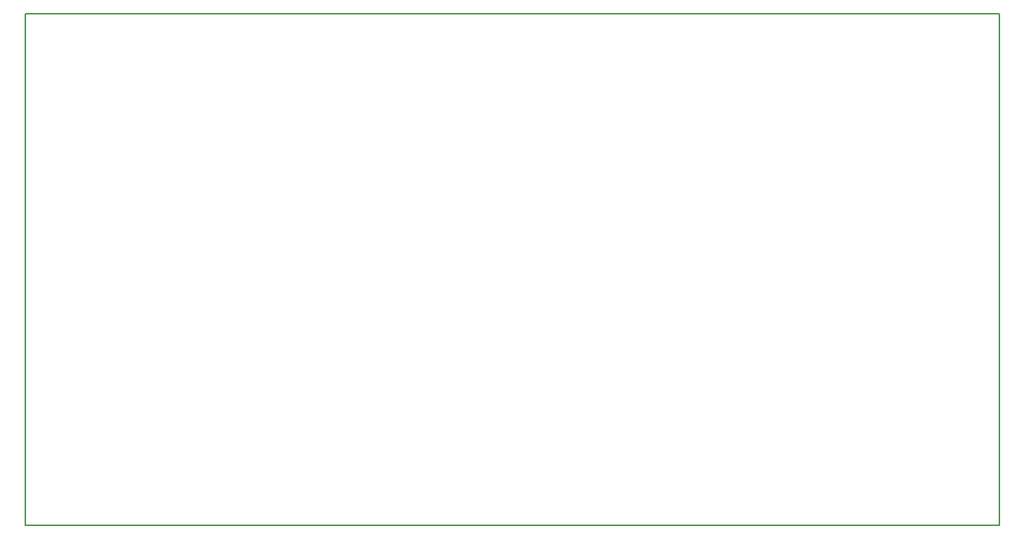
<source format=gbr>
G04 #@! TF.FileFunction,Profile,NP*
%FSLAX46Y46*%
G04 Gerber Fmt 4.6, Leading zero omitted, Abs format (unit mm)*
G04 Created by KiCad (PCBNEW 4.0.7-e2-6376~61~ubuntu18.04.1) date Tue Jul 31 18:43:04 2018*
%MOMM*%
%LPD*%
G01*
G04 APERTURE LIST*
%ADD10C,0.100000*%
%ADD11C,0.150000*%
G04 APERTURE END LIST*
D10*
D11*
X46000000Y-104000000D02*
X46000000Y-44000000D01*
X160000000Y-104000000D02*
X46000000Y-104000000D01*
X160000000Y-44000000D02*
X160000000Y-104000000D01*
X46000000Y-44000000D02*
X160000000Y-44000000D01*
M02*

</source>
